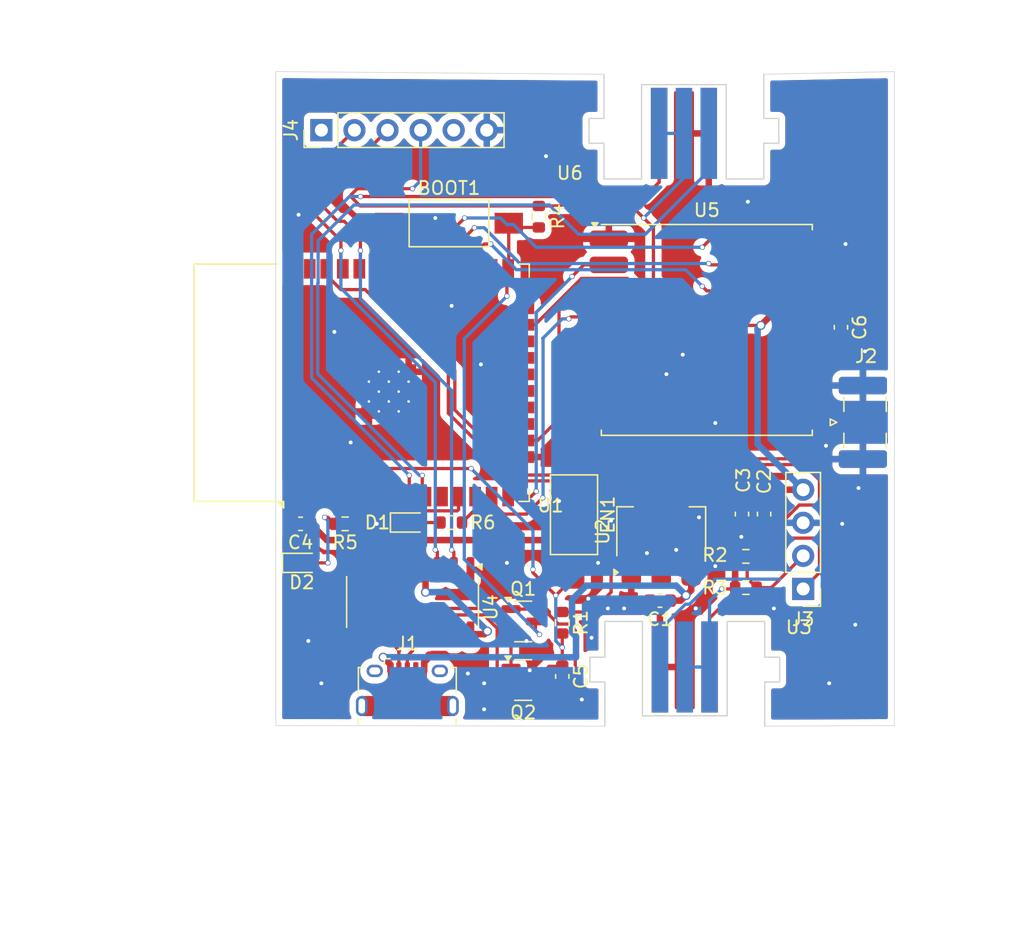
<source format=kicad_pcb>
(kicad_pcb (version 20240108) (generator "pcbnew") (generator_version "8.0")
  (layers (0 "F.Cu" signal) (31 "B.Cu" signal) (34 "B.Paste" user) (35 "F.Paste" user) (36 "B.SilkS" user "B.Silkscreen") (37 "F.SilkS" user "F.Silkscreen") (38 "B.Mask" user) (39 "F.Mask" user) (44 "Edge.Cuts" user))
  (net 0 "")
  (net 1 "GND")
  (net 2 "ESP32_IO0")
  (net 3 "+5V")
  (net 4 "+3V3")
  (net 5 "ESP32_EN")
  (net 6 "Net-(D1-A)")
  (net 7 "Net-(D2-A)")
  (net 10 "D-")
  (net 11 "D+")
  (net 12 "Net-(J2-In)")
  (net 13 "Net-(Q1-S)")
  (net 14 "Net-(Q1-G)")
  (net 15 "SDA")
  (net 16 "SCL")
  (net 20 "Net-(U1-IO26)")
  (net 23 "Net-(U1-IO27)")
  (net 24 "SDA2")
  (net 30 "SCL2")
  (net 38 "RX-PROG")
  (net 41 "TX-PROG")
  (net 49 "MISO")
  (net 50 "SS")
  (net 51 "LORA_RST")
  (net 52 "DIO2")
  (net 54 "MOSI")
  (net 55 "DIO1")
  (net 56 "DIO0")
  (net 59 "SCLK")
  (footprint "Connector_USB:USB_Micro-B_Amphenol_10118194_Horizontal" (layer "F.Cu") (at 82.1 97.7)
    (property "Reference" "J1")
    (property "Value" "USB_B_Micro")
  )
  (footprint "RF_Module:ESP32-WROOM-32" (layer "F.Cu") (at 81.585 74.1575 90)
    (property "Reference" "U1")
    (property "Value" "ESP32-WROOM-32")
  )
  (footprint "Resistor_SMD:R_0603_1608Metric" (layer "F.Cu") (at 85.475 84.9 180)
    (property "Reference" "R6")
    (property "Value" "R_Small")
  )
  (footprint "Package_SO:SOIC-16_3.9x9.9mm_P1.27mm" (layer "F.Cu") (at 82.5 91 -90)
    (property "Reference" "U4")
    (property "Value" "CH340C")
  )
  (footprint "Package_TO_SOT_SMD:SOT-23" (layer "F.Cu") (at 91 92.5)
    (property "Reference" "Q2")
    (property "Value" "BSS138")
  )
  (footprint "Resistor_SMD:R_0603_1608Metric" (layer "F.Cu") (at 92.2 61.4 -90)
    (property "Reference" "R4")
    (property "Value" "R_Small")
  )
  (footprint "Capacitor_SMD:C_0603_1608Metric" (layer "F.Cu") (at 73.9 85 180)
    (property "Reference" "C4")
    (property "Value" "C")
  )
  (footprint "Capacitor_SMD:C_0603_1608Metric" (layer "F.Cu") (at 101.5 90.9 180)
    (property "Reference" "C1")
    (property "Value" "C")
  )
  (footprint "Connector_Coaxial:SMA_Samtec_SMA-J-P-H-ST-EM1_EdgeMount" (layer "F.Cu") (at 117.3375 77.2)
    (property "Reference" "J2")
    (property "Value" "Conn_Coaxial")
  )
  (footprint "Capacitor_SMD:C_0603_1608Metric" (layer "F.Cu") (at 115.4 69.9 -90)
    (property "Reference" "C6")
    (property "Value" "C")
  )
  (footprint "Resistor_SMD:R_0603_1608Metric" (layer "F.Cu") (at 94 92.6 -90)
    (property "Reference" "R1")
    (property "Value" "R_Small")
  )
  (footprint "nunchcuk:nunchuck" (layer "F.Cu") (at 105.31 96 180)
    (property "Reference" "U3")
    (property "Value" "~")
    (fp_line (start 9.1878 0.7568) (end 9.1878 -1.1482) (stroke (width 0.1)) (layer "Edge.Cuts"))
    (fp_line (start 8.0378 3.5) (end 8.0378 0.7568) (stroke (width 0.1)) (layer "Edge.Cuts"))
    (fp_line (start 8.0378 0.7568) (end 9.1878 0.7568) (stroke (width 0.1)) (layer "Edge.Cuts"))
    (fp_line (start 8.0378 -1.1482) (end 9.1878 -1.1482) (stroke (width 0.1)) (layer "Edge.Cuts"))
    (fp_line (start 8.0378 -1.1482) (end 8.0378 -4.5432) (stroke (width 0.1)) (layer "Edge.Cuts"))
    (fp_line (start 5.15 3.5) (end 8.0378 3.5) (stroke (width 0.1)) (layer "Edge.Cuts"))
    (fp_line (start 5.15 -3.75) (end 5.15 3.5) (stroke (width 0.1)) (layer "Edge.Cuts"))
    (fp_line (start -1.35 3.5) (end -1.35 -3.75) (stroke (width 0.1)) (layer "Edge.Cuts"))
    (fp_line (start -1.35 3.5) (end -4.2378 3.5) (stroke (width 0.1)) (layer "Edge.Cuts"))
    (fp_line (start -1.35 -3.75) (end 5.15 -3.75) (stroke (width 0.1)) (layer "Edge.Cuts"))
    (fp_line (start -4.2378 3.5) (end -4.2378 0.7568) (stroke (width 0.1)) (layer "Edge.Cuts"))
    (fp_line (start -4.2378 0.7568) (end -5.3878 0.7568) (stroke (width 0.1)) (layer "Edge.Cuts"))
    (fp_line (start -4.2378 -1.1482) (end -4.2378 -4.5432) (stroke (width 0.1)) (layer "Edge.Cuts"))
    (fp_line (start -4.2378 -1.1482) (end -5.3878 -1.1482) (stroke (width 0.1)) (layer "Edge.Cuts"))
    (fp_line (start -5.3878 0.7568) (end -5.3878 -1.1482) (stroke (width 0.1)) (layer "Edge.Cuts"))
  )
  (footprint "RF_Module:HOPERF_RFM9XW_SMD" (layer "F.Cu") (at 105.1 70.1)
    (property "Reference" "U5")
    (property "Value" "RFM95W-868S2")
  )
  (footprint "Capacitor_SMD:C_0603_1608Metric" (layer "F.Cu") (at 94 96.725 -90)
    (property "Reference" "C5")
    (property "Value" "C")
  )
  (footprint "nunchcuk:nunchuck" (layer "F.Cu") (at 101.44 55)
    (property "Reference" "U6")
    (property "Value" "~")
    (fp_line (start -5.3878 0.7568) (end -5.3878 -1.1482) (stroke (width 0.1)) (layer "Edge.Cuts"))
    (fp_line (start -4.2378 -1.1482) (end -5.3878 -1.1482) (stroke (width 0.1)) (layer "Edge.Cuts"))
    (fp_line (start -4.2378 -1.1482) (end -4.2378 -4.5432) (stroke (width 0.1)) (layer "Edge.Cuts"))
    (fp_line (start -4.2378 0.7568) (end -5.3878 0.7568) (stroke (width 0.1)) (layer "Edge.Cuts"))
    (fp_line (start -4.2378 3.5) (end -4.2378 0.7568) (stroke (width 0.1)) (layer "Edge.Cuts"))
    (fp_line (start -1.35 -3.75) (end 5.15 -3.75) (stroke (width 0.1)) (layer "Edge.Cuts"))
    (fp_line (start -1.35 3.5) (end -4.2378 3.5) (stroke (width 0.1)) (layer "Edge.Cuts"))
    (fp_line (start -1.35 3.5) (end -1.35 -3.75) (stroke (width 0.1)) (layer "Edge.Cuts"))
    (fp_line (start 5.15 -3.75) (end 5.15 3.5) (stroke (width 0.1)) (layer "Edge.Cuts"))
    (fp_line (start 5.15 3.5) (end 8.0378 3.5) (stroke (width 0.1)) (layer "Edge.Cuts"))
    (fp_line (start 8.0378 -1.1482) (end 8.0378 -4.5432) (stroke (width 0.1)) (layer "Edge.Cuts"))
    (fp_line (start 8.0378 -1.1482) (end 9.1878 -1.1482) (stroke (width 0.1)) (layer "Edge.Cuts"))
    (fp_line (start 8.0378 0.7568) (end 9.1878 0.7568) (stroke (width 0.1)) (layer "Edge.Cuts"))
    (fp_line (start 8.0378 3.5) (end 8.0378 0.7568) (stroke (width 0.1)) (layer "Edge.Cuts"))
    (fp_line (start 9.1878 0.7568) (end 9.1878 -1.1482) (stroke (width 0.1)) (layer "Edge.Cuts"))
  )
  (footprint "Capacitor_SMD:C_0603_1608Metric" (layer "F.Cu") (at 109.5 84.25 -90)
    (property "Reference" "C2")
    (property "Value" "C")
  )
  (footprint "Connector_PinHeader_2.54mm:PinHeader_1x04_P2.54mm_Vertical" (layer "F.Cu") (at 112.5 90 180)
    (property "Reference" "J3")
    (property "Value" "Conn_01x04")
  )
  (footprint "Resistor_SMD:R_0603_1608Metric" (layer "F.Cu") (at 77.325 85 180)
    (property "Reference" "R5")
    (property "Value" "R_Small")
  )
  (footprint "Capacitor_SMD:C_0603_1608Metric" (layer "F.Cu") (at 107.8 84.25 -90)
    (property "Reference" "C3")
    (property "Value" "C")
  )
  (footprint "Package_TO_SOT_SMD:SOT-23" (layer "F.Cu") (at 91 97)
    (property "Reference" "Q1")
    (property "Value" "BSS138")
  )
  (footprint "Button_Switch_SMD:SW_SPST_FSMSM" (layer "F.Cu") (at 85.3 61.9 180)
    (property "Reference" "BOOT1")
    (property "Value" "SW_Push")
  )
  (footprint "Resistor_SMD:R_0603_1608Metric" (layer "F.Cu") (at 108.1 87.5 180)
    (property "Reference" "R2")
    (property "Value" "R_Small")
  )
  (footprint "Connector_PinHeader_2.54mm:PinHeader_1x06_P2.54mm_Vertical" (layer "F.Cu") (at 75.5 54.75 90)
    (property "Reference" "J4")
    (property "Value" "Conn_01x06")
  )
  (footprint "Package_TO_SOT_SMD:SOT-223-3_TabPin2" (layer "F.Cu") (at 101.6 85.6 90)
    (property "Reference" "U2")
    (property "Value" "AMS1117-3.3")
  )
  (footprint "Button_Switch_SMD:SW_SPST_FSMSM" (layer "F.Cu") (at 94.9 84.3 -90)
    (property "Reference" "EN1")
    (property "Value" "SW_Push")
  )
  (footprint "LED_SMD:LED_0603_1608Metric" (layer "F.Cu") (at 74 88)
    (property "Reference" "D2")
    (property "Value" "LED")
  )
  (footprint "LED_SMD:LED_0603_1608Metric" (layer "F.Cu") (at 82.2875 84.9)
    (property "Reference" "D1")
    (property "Value" "LED")
  )
  (footprint "Resistor_SMD:R_0603_1608Metric" (layer "F.Cu") (at 108.1 89.9 180)
    (property "Reference" "R3")
    (property "Value" "R_Small")
  )
  (gr_line (start 72 58.5) (end 72 50.25) (stroke (width 0.05)) (layer "Edge.Cuts"))
  (gr_line (start 119.5 58.5) (end 119.5 100.5) (stroke (width 0.05)) (layer "Edge.Cuts"))
  (gr_line (start 72 50.25) (end 97.2022 50.4568) (stroke (width 0.05)) (layer "Edge.Cuts"))
  (gr_line (start 119.5 50.25) (end 109.4778 50.4568) (stroke (width 0.05)) (layer "Edge.Cuts"))
  (gr_line (start 119.5 58.5) (end 119.5 50.25) (stroke (width 0.05)) (layer "Edge.Cuts"))
  (gr_line (start 72 100.5) (end 72 58.5) (stroke (width 0.05)) (layer "Edge.Cuts"))
  (gr_line (start 97.2722 100.5432) (end 72 100.5) (stroke (width 0.05)) (layer "Edge.Cuts"))
  (gr_line (start 119.5 100.5) (end 109.5478 100.5432) (stroke (width 0.05)) (layer "Edge.Cuts"))
  (segment (start 83.4 96.3) (end 83.4 95.625001) (width 0.5) (layer "F.Cu") (net 1))
  (segment (start 84.025001 95) (end 85 95) (width 0.5) (layer "F.Cu") (net 1))
  (segment (start 83.4 95.625001) (end 84.025001 95) (width 0.5) (layer "F.Cu") (net 1))
  (via (at 97.75 84.75) (size 0.4) (drill 0.3) (layers "F.Cu" "B.Cu") (net 1))
  (via (at 115.5 85) (size 0.4) (drill 0.3) (layers "F.Cu" "B.Cu") (net 1))
  (via (at 79.75 85) (size 0.4) (drill 0.3) (layers "F.Cu" "B.Cu") (net 1))
  (via (at 104.25 91.5) (size 0.4) (drill 0.3) (layers "F.Cu" "B.Cu") (net 1))
  (via (at 102 73.5) (size 0.4) (drill 0.3) (layers "F.Cu" "B.Cu") (net 1))
  (via (at 84.25 61.5) (size 0.4) (drill 0.3) (layers "F.Cu" "B.Cu") (net 1))
  (via (at 107.75 86) (size 0.4) (drill 0.3) (layers "F.Cu" "B.Cu") (net 1))
  (via (at 91.25 94) (size 0.4) (drill 0.3) (layers "F.Cu" "B.Cu") (net 1))
  (via (at 96.75 88) (size 0.4) (drill 0.3) (layers "F.Cu" "B.Cu") (net 1))
  (via (at 96.25 93.75) (size 0.4) (drill 0.3) (layers "F.Cu" "B.Cu") (net 1))
  (via (at 103.25 72) (size 0.4) (drill 0.3) (layers "F.Cu" "B.Cu") (net 1))
  (via (at 77.75 78.75) (size 0.4) (drill 0.3) (layers "F.Cu" "B.Cu") (net 1))
  (via (at 105.75 77.25) (size 0.4) (drill 0.3) (layers "F.Cu" "B.Cu") (net 1))
  (via (at 117.25 71.75) (size 0.4) (drill 0.3) (layers "F.Cu" "B.Cu") (net 1))
  (via (at 115.75 63.5) (size 0.4) (drill 0.3) (layers "F.Cu" "B.Cu") (net 1))
  (via (at 89.75 88) (size 0.4) (drill 0.3) (layers "F.Cu" "B.Cu") (net 1))
  (via (at 105.75 88.25) (size 0.4) (drill 0.3) (layers "F.Cu" "B.Cu") (net 1))
  (via (at 88 97.25) (size 0.4) (drill 0.3) (layers "F.Cu" "B.Cu") (net 1))
  (via (at 86.75 96.5) (size 0.4) (drill 0.3) (layers "F.Cu" "B.Cu") (net 1))
  (via (at 116.75 82.25) (size 0.4) (drill 0.3) (layers "F.Cu" "B.Cu") (net 1))
  (via (at 93.75 83.25) (size 0.4) (drill 0.3) (layers "F.Cu" "B.Cu") (net 1))
  (via (at 102.75 87) (size 0.4) (drill 0.3) (layers "F.Cu" "B.Cu") (net 1))
  (via (at 100.5 87.25) (size 0.4) (drill 0.3) (layers "F.Cu" "B.Cu") (net 1))
  (via (at 114.25 79) (size 0.4) (drill 0.3) (layers "F.Cu" "B.Cu") (net 1))
  (via (at 91.5 96.25) (size 0.4) (drill 0.3) (layers "F.Cu" "B.Cu") (net 1))
  (via (at 76.5 70.25) (size 0.4) (drill 0.3) (layers "F.Cu" "B.Cu") (net 1))
  (via (at 85.5 68.25) (size 0.4) (drill 0.3) (layers "F.Cu" "B.Cu") (net 1))
  (via (at 74.5 94) (size 0.4) (drill 0.3) (layers "F.Cu" "B.Cu") (net 1))
  (via (at 96 90.75) (size 0.4) (drill 0.3) (layers "F.Cu" "B.Cu") (net 1))
  (via (at 97.5 91.5) (size 0.4) (drill 0.3) (layers "F.Cu" "B.Cu") (net 1))
  (via (at 116.5 92.75) (size 0.4) (drill 0.3) (layers "F.Cu" "B.Cu") (net 1))
  (via (at 92.75 56.75) (size 0.4) (drill 0.3) (layers "F.Cu" "B.Cu") (net 1))
  (via (at 98.75 91.5) (size 0.4) (drill 0.3) (layers "F.Cu" "B.Cu") (net 1))
  (via (at 108.25 60.25) (size 0.4) (drill 0.3) (layers "F.Cu" "B.Cu") (net 1))
  (via (at 114.5 97.25) (size 0.4) (drill 0.3) (layers "F.Cu" "B.Cu") (net 1))
  (via (at 88 99.25) (size 0.4) (drill 0.3) (layers "F.Cu" "B.Cu") (net 1))
  (via (at 110.25 91.5) (size 0.4) (drill 0.3) (layers "F.Cu" "B.Cu") (net 1))
  (via (at 87.75 72.75) (size 0.4) (drill 0.3) (layers "F.Cu" "B.Cu") (net 1))
  (via (at 104.5 84.5) (size 0.4) (drill 0.3) (layers "F.Cu" "B.Cu") (net 1))
  (via (at 73.75 61.25) (size 0.4) (drill 0.3) (layers "F.Cu" "B.Cu") (net 1))
  (via (at 95.5 98.5) (size 0.4) (drill 0.3) (layers "F.Cu" "B.Cu") (net 1))
  (via (at 75.5 97.25) (size 0.4) (drill 0.3) (layers "F.Cu" "B.Cu") (net 1))
  (segment (start 89.75 67.5) (end 89.75 65.5025) (width 0.25) (layer "F.Cu") (net 2))
  (segment (start 89.89 65.3625) (end 89.845 65.4075) (width 0.25) (layer "F.Cu") (net 2))
  (segment (start 90.215 62.225) (end 89.89 61.9) (width 0.25) (layer "F.Cu") (net 2))
  (segment (start 91.9375 92.5) (end 91.9375 93.1875) (width 0.25) (layer "F.Cu") (net 2))
  (segment (start 89.89 61.9) (end 89.89 65.3625) (width 0.25) (layer "F.Cu") (net 2))
  (segment (start 89.75 65.5025) (end 89.845 65.4075) (width 0.25) (layer "F.Cu") (net 2))
  (segment (start 91.9375 93.1875) (end 92.25 93.5) (width 0.25) (layer "F.Cu") (net 2))
  (segment (start 92.2 62.225) (end 90.215 62.225) (width 0.25) (layer "F.Cu") (net 2))
  (via (at 89.75 67.5) (size 0.4) (drill 0.3) (layers "F.Cu" "B.Cu") (net 2))
  (via (at 92.25 93.5) (size 0.4) (drill 0.3) (layers "F.Cu" "B.Cu") (net 2))
  (segment (start 86.475 87.725) (end 86.475 70.775) (width 0.25) (layer "B.Cu") (net 2))
  (segment (start 92.25 93.5) (end 86.475 87.725) (width 0.25) (layer "B.Cu") (net 2))
  (segment (start 86.475 70.775) (end 89.75 67.5) (width 0.25) (layer "B.Cu") (net 2))
  (segment (start 103.1 90.9) (end 103.5 90.5) (width 0.5) (layer "F.Cu") (net 3))
  (segment (start 80.8 95.8) (end 80.25 95.25) (width 0.5) (layer "F.Cu") (net 3))
  (segment (start 103.5 90.5) (end 103.9 90.1) (width 0.5) (layer "F.Cu") (net 3))
  (segment (start 102.275 90.9) (end 103.1 90.9) (width 0.5) (layer "F.Cu") (net 3))
  (segment (start 103.9 90.1) (end 103.9 88.75) (width 0.5) (layer "F.Cu") (net 3))
  (segment (start 80.8 96.3) (end 80.8 95.8) (width 0.5) (layer "F.Cu") (net 3))
  (via (at 80.25 95.25) (size 0.7) (drill 0.5) (layers "F.Cu" "B.Cu") (net 3))
  (via (at 103.5 90.5) (size 0.7) (drill 0.5) (layers "F.Cu" "B.Cu") (net 3))
  (segment (start 95.05474 93.6568) (end 94.75 93.35206) (width 0.5) (layer "B.Cu") (net 3))
  (segment (start 80.25 95.25) (end 95.05474 95.25) (width 0.5) (layer "B.Cu") (net 3))
  (segment (start 94.75 93.35206) (end 94.75 90.83462) (width 0.5) (layer "B.Cu") (net 3))
  (segment (start 95.05474 95.25) (end 95.05474 93.6568) (width 0.5) (layer "B.Cu") (net 3))
  (segment (start 95.83462 89.75) (end 102.75 89.75) (width 0.5) (layer "B.Cu") (net 3))
  (segment (start 102.75 89.75) (end 103.5 90.5) (width 0.5) (layer "B.Cu") (net 3))
  (segment (start 94.75 90.83462) (end 95.83462 89.75) (width 0.5) (layer "B.Cu") (net 3))
  (segment (start 106.875 84.4) (end 107.8 83.475) (width 0.5) (layer "F.Cu") (net 4))
  (segment (start 77.775 59.867463) (end 77.775 59.725) (width 0.25) (layer "F.Cu") (net 4))
  (segment (start 88.025 93.475) (end 88.25 93.25) (width 0.5) (layer "F.Cu") (net 4))
  (segment (start 106.875 86) (end 106.875 84.4) (width 0.5) (layer "F.Cu") (net 4))
  (segment (start 104.5 69.75) (end 109.25 69.75) (width 0.25) (layer "F.Cu") (net 4))
  (segment (start 82.5 86.25) (end 83.135 86.885) (width 0.5) (layer "F.Cu") (net 4))
  (segment (start 92.2 60.575) (end 99.325 60.575) (width 0.25) (layer "F.Cu") (net 4))
  (segment (start 78.25 59.25) (end 82.5 59.25) (width 0.25) (layer "F.Cu") (net 4))
  (segment (start 101.6 88.75) (end 101.6 86) (width 0.5) (layer "F.Cu") (net 4))
  (segment (start 101 66.25) (end 104.5 69.75) (width 0.25) (layer "F.Cu") (net 4))
  (segment (start 99.325 60.575) (end 100.25 61.5) (width 0.25) (layer "F.Cu") (net 4))
  (segment (start 109.25 69.75) (end 110 69) (width 0.5) (layer "F.Cu") (net 4))
  (segment (start 101.6 86) (end 101.6 82.45) (width 0.5) (layer "F.Cu") (net 4))
  (segment (start 74.675 85) (end 75.925 86.25) (width 0.5) (layer "F.Cu") (net 4))
  (segment (start 115.4 69.125) (end 112.65 69.125) (width 0.5) (layer "F.Cu") (net 4))
  (segment (start 106.25 90) (end 107.175 90) (width 0.25) (layer "F.Cu") (net 4))
  (segment (start 74.605 82.9075) (end 74.605 84.93) (width 0.5) (layer "F.Cu") (net 4))
  (segment (start 75.925 86.25) (end 82.5 86.25) (width 0.5) (layer "F.Cu") (net 4))
  (segment (start 112.525 69) (end 112.625 69.1) (width 0.5) (layer "F.Cu") (net 4))
  (segment (start 97.75 90.25) (end 97.75 86.25) (width 0.25) (layer "F.Cu") (net 4))
  (segment (start 92.2 60.575) (end 78.482537 60.575) (width 0.25) (layer "F.Cu") (net 4))
  (segment (start 94 91.775) (end 96.225 91.775) (width 0.25) (layer "F.Cu") (net 4))
  (segment (start 101 62.25) (end 101 66.25) (width 0.25) (layer "F.Cu") (net 4))
  (segment (start 83.5 88.89) (end 83.135 88.525) (width 0.5) (layer "F.Cu") (net 4))
  (segment (start 82.5 86.25) (end 97.75 86.25) (width 0.5) (layer "F.Cu") (net 4))
  (segment (start 101.35 86.25) (end 101.6 86) (width 0.5) (layer "F.Cu") (net 4))
  (segment (start 96.225 91.775) (end 97.75 90.25) (width 0.25) (layer "F.Cu") (net 4))
  (segment (start 83.5 90.25) (end 83.5 88.89) (width 0.5) (layer "F.Cu") (net 4))
  (segment (start 110 69) (end 112.525 69) (width 0.5) (layer "F.Cu") (net 4))
  (segment (start 86.945 93.475) (end 88.025 93.475) (width 0.5) (layer "F.Cu") (net 4))
  (segment (start 74.605 84.93) (end 74.675 85) (width 0.5) (layer "F.Cu") (net 4))
  (segment (start 106.875 87.1) (end 106.875 86) (width 0.5) (layer "F.Cu") (net 4))
  (segment (start 83.135 86.885) (end 83.135 88.525) (width 0.5) (layer "F.Cu") (net 4))
  (segment (start 107.275 87.5) (end 106.875 87.1) (width 0.5) (layer "F.Cu") (net 4))
  (segment (start 78.482537 60.575) (end 77.775 59.867463) (width 0.25) (layer "F.Cu") (net 4))
  (segment (start 97.75 86.25) (end 101.35 86.25) (width 0.5) (layer "F.Cu") (net 4))
  (segment (start 107.275 89.9) (end 107.275 87.5) (width 0.5) (layer "F.Cu") (net 4))
  (segment (start 109.5 83.475) (end 107.8 83.475) (width 0.5) (layer "F.Cu") (net 4))
  (segment (start 77.775 59.725) (end 78.25 59.25) (width 0.25) (layer "F.Cu") (net 4))
  (segment (start 100.25 61.5) (end 101 62.25) (width 0.25) (layer "F.Cu") (net 4))
  (segment (start 110.595 82.38) (end 109.5 83.475) (width 0.5) (layer "F.Cu") (net 4))
  (segment (start 101.6 86) (end 106.875 86) (width 0.5) (layer "F.Cu") (net 4))
  (segment (start 112.5 82.38) (end 110.595 82.38) (width 0.5) (layer "F.Cu") (net 4))
  (segment (start 107.175 90) (end 107.275 89.9) (width 0.25) (layer "F.Cu") (net 4))
  (segment (start 112.65 69.125) (end 112.625 69.1) (width 0.5) (layer "F.Cu") (net 4))
  (via (at 82.5 59.25) (size 0.4) (drill 0.3) (layers "F.Cu" "B.Cu") (net 4))
  (via (at 106.25 90) (size 0.4) (drill 0.3) (layers "F.Cu" "B.Cu") (net 4))
  (via (at 100.25 61.5) (size 0.4) (drill 0.3) (layers "F.Cu" "B.Cu") (net 4))
  (via (at 83.5 90.25) (size 0.7) (drill 0.5) (layers "F.Cu" "B.Cu") (net 4))
  (via (at 88.25 93.25) (size 0.7) (drill 0.5) (layers "F.Cu" "B.Cu") (net 4))
  (via (at 109.25 69.75) (size 0.7) (drill 0.5) (layers "F.Cu" "B.Cu") (net 4))
  (segment (start 82.5 59.25) (end 83.12 58.63) (width 0.25) (layer "B.Cu") (net 4))
  (segment (start 105.31 96) (end 105.31 90.94) (width 0.25) (layer "B.Cu") (net 4))
  (segment (start 85.25 90.25) (end 83.5 90.25) (width 0.5) (layer "B.Cu") (net 4))
  (segment (start 109 78.88) (end 109 77.5) (width 0.5) (layer "B.Cu") (net 4))
  (segment (start 105.31 90.94) (end 106.25 90) (width 0.25) (layer "B.Cu") (net 4))
  (segment (start 88.25 93.25) (end 85.25 90.25) (width 0.5) (layer "B.Cu") (net 4))
  (segment (start 109 70) (end 109.25 69.75) (width 0.5) (layer "B.Cu") (net 4))
  (segment (start 112.5 82.38) (end 109 78.88) (width 0.5) (layer "B.Cu") (net 4))
  (segment (start 83.12 58.63) (end 83.12 54.75) (width 0.25) (layer "B.Cu") (net 4))
  (segment (start 103.345 58.405) (end 100.25 61.5) (width 0.25) (layer "B.Cu") (net 4))
  (segment (start 103.405 96) (end 105.31 96) (width 0.25) (layer "B.Cu") (net 4))
  (segment (start 103.345 55) (end 103.345 58.405) (width 0.25) (layer "B.Cu") (net 4))
  (segment (start 103.345 55) (end 101.44 55) (width 0.25) (layer "B.Cu") (net 4))
  (segment (start 109 77.5) (end 109 70) (width 0.5) (layer "B.Cu") (net 4))
  (segment (start 87 80.75) (end 77.0325 80.75) (width 0.25) (layer "F.Cu") (net 5))
  (segment (start 94 95.95) (end 94 94.5) (width 0.25) (layer "F.Cu") (net 5))
  (segment (start 92.9875 95.95) (end 94 95.95) (width 0.25) (layer "F.Cu") (net 5))
  (segment (start 94 94.5) (end 94 93.425) (width 0.25) (layer "F.Cu") (net 5))
  (segment (start 75.875 81.9075) (end 75.875 82.9075) (width 0.25) (layer "F.Cu") (net 5))
  (segment (start 94.9 88.89) (end 94.9 89.1) (width 0.25) (layer "F.Cu") (net 5))
  (segment (start 91.75 88.75) (end 91.75 88.5) (width 0.25) (layer "F.Cu") (net 5))
  (segment (start 94.9 89.1) (end 93.5 90.5) (width 0.25) (layer "F.Cu") (net 5))
  (segment (start 93.5 90.5) (end 91.75 88.75) (width 0.25) (layer "F.Cu") (net 5))
  (segment (start 91.9375 97) (end 92.9875 95.95) (width 0.25) (layer "F.Cu") (net 5))
  (segment (start 77.0325 80.75) (end 75.875 81.9075) (width 0.25) (layer "F.Cu") (net 5))
  (via (at 91.75 88.5) (size 0.4) (drill 0.3) (layers "F.Cu" "B.Cu") (net 5))
  (via (at 93.5 90.5) (size 0.4) (drill 0.3) (layers "F.Cu" "B.Cu") (net 5))
  (via (at 94 94.5) (size 0.4) (drill 0.3) (layers "F.Cu" "B.Cu") (net 5))
  (via (at 87 80.75) (size 0.4) (drill 0.3) (layers "F.Cu" "B.Cu") (net 5))
  (segment (start 93.5 94) (end 94 94.5) (width 0.25) (layer "B.Cu") (net 5))
  (segment (start 91.75 85.5) (end 87 80.75) (width 0.25) (layer "B.Cu") (net 5))
  (segment (start 93.5 90.5) (end 93.5 94) (width 0.25) (layer "B.Cu") (net 5))
  (segment (start 91.75 88.5) (end 91.75 85.5) (width 0.25) (layer "B.Cu") (net 5))
  (segment (start 84.65 84.9) (end 83.075 84.9) (width 0.25) (layer "F.Cu") (net 6))
  (segment (start 76 84.5) (end 76.5 85) (width 0.25) (layer "F.Cu") (net 7))
  (segment (start 74.7875 88) (end 76 88) (width 0.25) (layer "F.Cu") (net 7))
  (segment (start 75.75 84.5) (end 76 84.5) (width 0.25) (layer "F.Cu") (net 7))
  (via (at 76 88) (size 0.4) (drill 0.3) (layers "F.Cu" "B.Cu") (net 7))
  (via (at 75.75 84.5) (size 0.4) (drill 0.3) (layers "F.Cu" "B.Cu") (net 7))
  (segment (start 76 84.75) (end 75.75 84.5) (width 0.25) (layer "B.Cu") (net 7))
  (segment (start 76 88) (end 76 84.75) (width 0.25) (layer "B.Cu") (net 7))
  (segment (start 81.24 94.500908) (end 81.24 91.49) (width 0.25) (layer "F.Cu") (net 10))
  (segment (start 80.595 90.845) (end 80.595 88.525) (width 0.25) (layer "F.Cu") (net 10))
  (segment (start 81.45 94.8) (end 81.494546 94.755454) (width 0.25) (layer "F.Cu") (net 10))
  (segment (start 81.494546 94.755454) (end 81.24 94.500908) (width 0.25) (layer "F.Cu") (net 10))
  (segment (start 81.24 91.49) (end 80.595 90.845) (width 0.25) (layer "F.Cu") (net 10))
  (segment (start 81.45 96.3) (end 81.45 94.8) (width 0.25) (layer "F.Cu") (net 10))
  (segment (start 81.865 91.115) (end 81.865 88.525) (width 0.25) (layer "F.Cu") (net 11))
  (segment (start 82.5 91.75) (end 81.865 91.115) (width 0.25) (layer "F.Cu") (net 11))
  (segment (start 82.1 96.3) (end 82.1 95.154512) (width 0.25) (layer "F.Cu") (net 11))
  (segment (start 82.1 95.154512) (end 82.5 94.754512) (width 0.25) (layer "F.Cu") (net 11))
  (segment (start 82.5 94.754512) (end 82.5 91.75) (width 0.25) (layer "F.Cu") (net 11))
  (segment (start 117.3375 77.2) (end 112.725 77.2) (width 1.2) (layer "F.Cu") (net 12))
  (segment (start 112.725 77.2) (end 112.625 77.1) (width 1.2) (layer "F.Cu") (net 12))
  (segment (start 90.0625 97.95) (end 92.400908 97.95) (width 0.25) (layer "F.Cu") (net 13))
  (segment (start 93.701996 92.7) (end 93 91.998004) (width 0.25) (layer "F.Cu") (net 13))
  (segment (start 84.905001 92) (end 87.976104 92) (width 0.25) (layer "F.Cu") (net 13))
  (segment (start 87.976104 92) (end 89 93.023896) (width 0.25) (layer "F.Cu") (net 13))
  (segment (start 93 97) (end 93.275 96.725) (width 0.25) (layer "F.Cu") (net 13))
  (segment (start 84.405 92.500001) (end 84.905001 92) (width 0.25) (layer "F.Cu") (net 13))
  (segment (start 93 91.75) (end 92.8 91.55) (width 0.25) (layer "F.Cu") (net 13))
  (segment (start 84.405 93.475) (end 84.405 92.500001) (width 0.25) (layer "F.Cu") (net 13))
  (segment (start 94.484052 96.725) (end 95 96.209052) (width 0.25) (layer "F.Cu") (net 13))
  (segment (start 94.498004 92.7) (end 93.701996 92.7) (width 0.25) (layer "F.Cu") (net 13))
  (segment (start 92.400908 97.95) (end 93 97.350908) (width 0.25) (layer "F.Cu") (net 13))
  (segment (start 89 93.023896) (end 89 96.8875) (width 0.25) (layer "F.Cu") (net 13))
  (segment (start 89 96.8875) (end 90.0625 97.95) (width 0.25) (layer "F.Cu") (net 13))
  (segment (start 92.8 91.55) (end 90.0625 91.55) (width 0.25) (layer "F.Cu") (net 13))
  (segment (start 95 93.201996) (end 94.498004 92.7) (width 0.25) (layer "F.Cu") (net 13))
  (segment (start 93.275 96.725) (end 94.484052 96.725) (width 0.25) (layer "F.Cu") (net 13))
  (segment (start 93 91.998004) (end 93 91.75) (width 0.25) (layer "F.Cu") (net 13))
  (segment (start 95 96.209052) (end 95 93.201996) (width 0.25) (layer "F.Cu") (net 13))
  (segment (start 93 97.350908) (end 93 97) (width 0.25) (layer "F.Cu") (net 13))
  (segment (start 83.135 92.365) (end 84 91.5) (width 0.25) (layer "F.Cu") (net 14))
  (segment (start 90.0625 96.05) (end 90.0625 93.45) (width 0.25) (layer "F.Cu") (net 14))
  (segment (start 88.1125 91.5) (end 90.0625 93.45) (width 0.25) (layer "F.Cu") (net 14))
  (segment (start 84 91.5) (end 88.1125 91.5) (width 0.25) (layer "F.Cu") (net 14))
  (segment (start 83.135 93.475) (end 83.135 92.365) (width 0.25) (layer "F.Cu") (net 14))
  (segment (start 85.75 76.25) (end 85.75 73.25) (width 0.25) (layer "F.Cu") (net 15))
  (segment (start 98.25 81.25) (end 90.75 81.25) (width 0.25) (layer "F.Cu") (net 15))
  (segment (start 114.176396 85.71) (end 114.25 85.71) (width 0.25) (layer "F.Cu") (net 15))
  (segment (start 113.75 86.095) (end 113.791396 86.095) (width 0.25) (layer "F.Cu") (net 15))
  (segment (start 110.33 86.095) (end 113.75 86.095) (width 0.25) (layer "F.Cu") (net 15))
  (segment (start 112.5 90) (end 113.75 88.75) (width 0.25) (layer "F.Cu") (net 15))
  (segment (start 79.685 67.185) (end 79.685 65.4075) (width 0.25) (layer "F.Cu") (net 15))
  (segment (start 112.75 80) (end 99.5 80) (width 0.25) (layer "F.Cu") (net 15))
  (segment (start 108.925 87.5) (end 110.33 86.095) (width 0.25) (layer "F.Cu") (net 15))
  (segment (start 85.75 73.25) (end 79.685 67.185) (width 0.25) (layer "F.Cu") (net 15))
  (segment (start 114.25 85.71) (end 114.25 81.5) (width 0.25) (layer "F.Cu") (net 15))
  (segment (start 113.791396 86.095) (end 114.176396 85.71) (width 0.25) (layer "F.Cu") (net 15))
  (segment (start 99.5 80) (end 98.25 81.25) (width 0.25) (layer "F.Cu") (net 15))
  (segment (start 114.25 81.5) (end 112.75 80) (width 0.25) (layer "F.Cu") (net 15))
  (segment (start 90.75 81.25) (end 85.75 76.25) (width 0.25) (layer "F.Cu") (net 15))
  (segment (start 113.75 88.75) (end 113.75 86.095) (width 0.25) (layer "F.Cu") (net 15))
  (segment (start 103.46 91.175) (end 103.779595 91.175) (width 0.25) (layer "B.Cu") (net 15))
  (segment (start 101.5 93.135) (end 103.46 91.175) (width 0.25) (layer "B.Cu") (net 15))
  (segment (start 101.5 96) (end 101.5 93.135) (width 0.25) (layer "B.Cu") (net 15))
  (segment (start 105.704595 89.25) (end 110.71 89.25) (width 0.25) (layer "B.Cu") (net 15))
  (segment (start 103.779595 91.175) (end 105.704595 89.25) (width 0.25) (layer "B.Cu") (net 15))
  (segment (start 108.501996 86.7) (end 108.2 87.001996) (width 0.25) (layer "F.Cu") (net 16))
  (segment (start 108.125 90.7) (end 108.925 89.9) (width 0.25) (layer "F.Cu") (net 16))
  (segment (start 108.2 89.175) (end 108.925 89.9) (width 0.25) (layer "F.Cu") (net 16))
  (segment (start 85.25 76.5) (end 90.45 81.7) (width 0.25) (layer "F.Cu") (net 16))
  (segment (start 98.436396 81.7) (end 99.686396 80.45) (width 0.25) (layer "F.Cu") (net 16))
  (segment (start 113.445 83.555) (end 112.195 83.555) (width 0.25) (layer "F.Cu") (net 16))
  (segment (start 110.3 85.45) (end 110.3 85.484052) (width 0.25) (layer "F.Cu") (net 16))
  (segment (start 90.45 81.7) (end 98.436396 81.7) (width 0.25) (layer "F.Cu") (net 16))
  (segment (start 77 67) (end 78.863604 67) (width 0.25) (layer "F.Cu") (net 16))
  (segment (start 105.31 96) (end 105.31 92.25) (width 0.25) (layer "F.Cu") (net 16))
  (segment (start 110.3 85.484052) (end 109.084052 86.7) (width 0.25) (layer "F.Cu") (net 16))
  (segment (start 99.686396 80.45) (end 112.563604 80.45) (width 0.25) (layer "F.Cu") (net 16))
  (segment (start 109.025 90) (end 108.925 89.9) (width 0.25) (layer "F.Cu") (net 16))
  (segment (start 112.195 83.555) (end 110.3 85.45) (width 0.25) (layer "F.Cu") (net 16))
  (segment (start 75.875 65.4075) (end 75.875 65.875) (width 0.25) (layer "F.Cu") (net 16))
  (segment (start 110.06 89.9) (end 112.5 87.46) (width 0.25) (layer "F.Cu") (net 16))
  (segment (start 106.86 90.7) (end 108.125 90.7) (width 0.25) (layer "F.Cu") (net 16))
  (segment (start 112.563604 80.45) (end 113.75 81.636396) (width 0.25) (layer "F.Cu") (net 16))
  (segment (start 85.25 73.386396) (end 85.25 76.5) (width 0.25) (layer "F.Cu") (net 16))
  (segment (start 109.084052 86.7) (end 108.501996 86.7) (width 0.25) (layer "F.Cu") (net 16))
  (segment (start 113.75 81.636396) (end 113.75 83.25) (width 0.25) (layer "F.Cu") (net 16))
  (segment (start 113.75 83.25) (end 113.445 83.555) (width 0.25) (layer "F.Cu") (net 16))
  (segment (start 75.875 65.875) (end 77 67) (width 0.25) (layer "F.Cu") (net 16))
  (segment (start 78.863604 67) (end 85.25 73.386396) (width 0.25) (layer "F.Cu") (net 16))
  (segment (start 105.31 92.25) (end 106.86 90.7) (width 0.25) (layer "F.Cu") (net 16))
  (segment (start 108.2 87.001996) (end 108.2 89.175) (width 0.25) (layer "F.Cu") (net 16))
  (segment (start 108.925 89.9) (end 110.06 89.9) (width 0.25) (layer "F.Cu") (net 16))
  (segment (start 85.9425 84) (end 86.035 83.9075) (width 0.25) (layer "F.Cu") (net 20))
  (segment (start 86.035 83.9075) (end 86.035 82.9075) (width 0.25) (layer "F.Cu") (net 20))
  (segment (start 79.15 84) (end 85.9425 84) (width 0.25) (layer "F.Cu") (net 20))
  (segment (start 78.15 85) (end 79.15 84) (width 0.25) (layer "F.Cu") (net 20))
  (segment (start 86.3 84.9) (end 87.305 83.895) (width 0.25) (layer "F.Cu") (net 23))
  (segment (start 87.305 83.895) (end 87.305 82.9075) (width 0.25) (layer "F.Cu") (net 23))
  (segment (start 83.25 82.6625) (end 83.495 82.9075) (width 0.25) (layer "F.Cu") (net 24))
  (segment (start 83.25 81.275) (end 83.25 82.6625) (width 0.25) (layer "F.Cu") (net 24))
  (via (at 83.25 81.275) (size 0.4) (drill 0.3) (layers "F.Cu" "B.Cu") (net 24))
  (segment (start 95.25 62.75) (end 93 60.5) (width 0.25) (layer "B.Cu") (net 24))
  (segment (start 80.5 78.75) (end 83.025 81.275) (width 0.25) (layer "B.Cu") (net 24))
  (segment (start 75.225 73.475) (end 80.5 78.75) (width 0.25) (layer "B.Cu") (net 24))
  (segment (start 78 60.5) (end 75.25 63.25) (width 0.25) (layer "B.Cu") (net 24))
  (segment (start 93 60.5) (end 78 60.5) (width 0.25) (layer "B.Cu") (net 24))
  (segment (start 83.025 81.275) (end 83.25 81.275) (width 0.25) (layer "B.Cu") (net 24))
  (segment (start 75.25 66.5) (end 75.225 66.525) (width 0.25) (layer "B.Cu") (net 24))
  (segment (start 105.25 52.25) (end 105.25 57.88) (width 0.25) (layer "B.Cu") (net 24))
  (segment (start 100.38 62.75) (end 95.25 62.75) (width 0.25) (layer "B.Cu") (net 24))
  (segment (start 75.225 66.525) (end 75.225 73.475) (width 0.25) (layer "B.Cu") (net 24))
  (segment (start 75.25 63.25) (end 75.25 66.5) (width 0.25) (layer "B.Cu") (net 24))
  (segment (start 105.25 55) (end 105.25 52.25) (width 0.25) (layer "B.Cu") (net 24))
  (segment (start 105.25 57.88) (end 100.38 62.75) (width 0.25) (layer "B.Cu") (net 24))
  (segment (start 78.5 59.85) (end 100.34 59.85) (width 0.25) (layer "F.Cu") (net 30))
  (segment (start 100.34 59.85) (end 101.44 58.75) (width 0.25) (layer "F.Cu") (net 30))
  (segment (start 82.25 81.275) (end 82.25 82.8825) (width 0.25) (layer "F.Cu") (net 30))
  (segment (start 101.44 58.75) (end 101.44 55) (width 0.25) (layer "F.Cu") (net 30))
  (segment (start 82.25 82.8825) (end 82.225 82.9075) (width 0.25) (layer "F.Cu") (net 30))
  (via (at 78.5 59.85) (size 0.4) (drill 0.3) (layers "F.Cu" "B.Cu") (net 30))
  (via (at 82.25 81.275) (size 0.4) (drill 0.3) (layers "F.Cu" "B.Cu") (net 30))
  (segment (start 78.5 59.85) (end 77.65 59.85) (width 0.25) (layer "B.Cu") (net 30))
  (segment (start 77.65 59.85) (end 74.75 62.75) (width 0.25) (layer "B.Cu") (net 30))
  (segment (start 74.75 73.775) (end 82.25 81.275) (width 0.25) (layer "B.Cu") (net 30))
  (segment (start 74.75 62.75) (end 74.75 73.775) (width 0.25) (layer "B.Cu") (net 30))
  (segment (start 77 65.2625) (end 77.145 65.4075) (width 0.25) (layer "F.Cu") (net 38))
  (segment (start 77 64) (end 77 63.25) (width 0.25) (layer "F.Cu") (net 38))
  (segment (start 75.25 57.54) (end 78.04 54.75) (width 0.25) (layer "F.Cu") (net 38))
  (segment (start 84.405 88.525) (end 84.405 87.155) (width 0.25) (layer "F.Cu") (net 38))
  (segment (start 74.75 61) (end 74.75 59) (width 0.25) (layer "F.Cu") (net 38))
  (segment (start 77 64) (end 77 65.2625) (width 0.25) (layer "F.Cu") (net 38))
  (segment (start 84.405 87.155) (end 84.25 87) (width 0.25) (layer "F.Cu") (net 38))
  (segment (start 75.25 58.5) (end 75.25 57.54) (width 0.25) (layer "F.Cu") (net 38))
  (segment (start 77 63.25) (end 74.75 61) (width 0.25) (layer "F.Cu") (net 38))
  (segment (start 74.75 59) (end 75.25 58.5) (width 0.25) (layer "F.Cu") (net 38))
  (via (at 77 64) (size 0.4) (drill 0.3) (layers "F.Cu" "B.Cu") (net 38))
  (via (at 84.25 87) (size 0.4) (drill 0.3) (layers "F.Cu" "B.Cu") (net 38))
  (segment (start 77 66.886396) (end 77 64) (width 0.25) (layer "B.Cu") (net 38))
  (segment (start 84.25 87) (end 84.25 74.136396) (width 0.25) (layer "B.Cu") (net 38))
  (segment (start 84.25 74.136396) (end 80.306802 70.193198) (width 0.25) (layer "B.Cu") (net 38))
  (segment (start 80.306802 70.193198) (end 77 66.886396) (width 0.25) (layer "B.Cu") (net 38))
  (segment (start 78.5 63) (end 77.25 61.75) (width 0.25) (layer "F.Cu") (net 41))
  (segment (start 77.75 57) (end 78.33 57) (width 0.25) (layer "F.Cu") (net 41))
  (segment (start 76.75 61.75) (end 75.5 60.5) (width 0.25) (layer "F.Cu") (net 41))
  (segment (start 77.25 61.75) (end 76.75 61.75) (width 0.25) (layer "F.Cu") (net 41))
  (segment (start 78.33 57) (end 80.58 54.75) (width 0.25) (layer "F.Cu") (net 41))
  (segment (start 78.5 64) (end 78.5 63) (width 0.25) (layer "F.Cu") (net 41))
  (segment (start 75.5 60.5) (end 75.5 59.25) (width 0.25) (layer "F.Cu") (net 41))
  (segment (start 75.5 59.25) (end 77.75 57) (width 0.25) (layer "F.Cu") (net 41))
  (segment (start 78.5 65.3225) (end 78.415 65.4075) (width 0.25) (layer "F.Cu") (net 41))
  (segment (start 78.5 64) (end 78.5 65.3225) (width 0.25) (layer "F.Cu") (net 41))
  (segment (start 85.675 87.175) (end 85.5 87) (width 0.25) (layer "F.Cu") (net 41))
  (segment (start 85.675 88.525) (end 85.675 87.175) (width 0.25) (layer "F.Cu") (net 41))
  (via (at 78.5 64) (size 0.4) (drill 0.3) (layers "F.Cu" "B.Cu") (net 41))
  (via (at 85.5 87) (size 0.4) (drill 0.3) (layers "F.Cu" "B.Cu") (net 41))
  (segment (start 85.5 87) (end 85.5 74.75) (width 0.25) (layer "B.Cu") (net 41))
  (segment (start 78.5 67.75) (end 78.5 64) (width 0.25) (layer "B.Cu") (net 41))
  (segment (start 85.5 74.75) (end 84.5 73.75) (width 0.25) (layer "B.Cu") (net 41))
  (segment (start 84.5 73.75) (end 78.5 67.75) (width 0.25) (layer "B.Cu") (net 41))
  (segment (start 95.65 65.1) (end 97.575 65.1) (width 0.25) (layer "F.Cu") (net 49))
  (segment (start 89.845 82.9075) (end 91.5925 82.9075) (width 0.25) (layer "F.Cu") (net 49))
  (segment (start 94.75 66) (end 95.65 65.1) (width 0.25) (layer "F.Cu") (net 49))
  (segment (start 91.5925 82.9075) (end 92 82.5) (width 0.25) (layer "F.Cu") (net 49))
  (via (at 94.75 66) (size 0.4) (drill 0.3) (layers "F.Cu" "B.Cu") (net 49))
  (via (at 92 82.5) (size 0.4) (drill 0.3) (layers "F.Cu" "B.Cu") (net 49))
  (segment (start 92 68.75) (end 94.75 66) (width 0.25) (layer "B.Cu") (net 49))
  (segment (start 92 82.5) (end 92 68.75) (width 0.25) (layer "B.Cu") (net 49))
  (segment (start 91.906104 69.7075) (end 91.095 69.7075) (width 0.25) (layer "F.Cu") (net 50))
  (segment (start 99.375 66.516368) (end 98.998632 66.14) (width 0.25) (layer "F.Cu") (net 50))
  (segment (start 99.05 71.1) (end 99.375 70.775) (width 0.25) (layer "F.Cu") (net 50))
  (segment (start 97.575 71.1) (end 99.05 71.1) (width 0.25) (layer "F.Cu") (net 50))
  (segment (start 98.998632 66.14) (end 95.473604 66.14) (width 0.25) (layer "F.Cu") (net 50))
  (segment (start 95.473604 66.14) (end 91.906104 69.7075) (width 0.25) (layer "F.Cu") (net 50))
  (segment (start 99.375 70.775) (end 99.375 66.516368) (width 0.25) (layer "F.Cu") (net 50))
  (segment (start 112.625 63.1) (end 105.4 63.1) (width 0.25) (layer "F.Cu") (net 52))
  (segment (start 86.5 61.5) (end 83.495 64.505) (width 0.25) (layer "F.Cu") (net 52))
  (segment (start 83.495 64.505) (end 83.495 65.4075) (width 0.25) (layer "F.Cu") (net 52))
  (segment (start 105.4 63.1) (end 104.75 63.75) (width 0.25) (layer "F.Cu") (net 52))
  (via (at 86.5 61.5) (size 0.4) (drill 0.3) (layers "F.Cu" "B.Cu") (net 52))
  (via (at 104.75 63.75) (size 0.4) (drill 0.3) (layers "F.Cu" "B.Cu") (net 52))
  (segment (start 90.25 62) (end 89.75 62) (width 0.25) (layer "B.Cu") (net 52))
  (segment (start 104.75 63.75) (end 92 63.75) (width 0.25) (layer "B.Cu") (net 52))
  (segment (start 92 63.75) (end 90.25 62) (width 0.25) (layer "B.Cu") (net 52))
  (segment (start 89.25 61.5) (end 86.5 61.5) (width 0.25) (layer "B.Cu") (net 52))
  (segment (start 89.75 62) (end 89.25 61.5) (width 0.25) (layer "B.Cu") (net 52))
  (segment (start 93.75 68.5) (end 95.15 67.1) (width 0.25) (layer "F.Cu") (net 54))
  (segment (start 92.095 78.5975) (end 93.75 76.9425) (width 0.25) (layer "F.Cu") (net 54))
  (segment (start 95.15 67.1) (end 97.575 67.1) (width 0.25) (layer "F.Cu") (net 54))
  (segment (start 91.095 78.5975) (end 92.095 78.5975) (width 0.25) (layer "F.Cu") (net 54))
  (segment (start 93.75 76.9425) (end 93.75 68.5) (width 0.25) (layer "F.Cu") (net 54))
  (segment (start 87.25 62.25) (end 86.035 63.465) (width 0.25) (layer "F.Cu") (net 55))
  (segment (start 112.625 65.1) (end 105.35 65.1) (width 0.25) (layer "F.Cu") (net 55))
  (segment (start 105.35 65.1) (end 105.25 65) (width 0.25) (layer "F.Cu") (net 55))
  (segment (start 86.035 63.465) (end 86.035 65.4075) (width 0.25) (layer "F.Cu") (net 55))
  (via (at 105.25 65) (size 0.4) (drill 0.3) (layers "F.Cu" "B.Cu") (net 55))
  (via (at 87.25 62.25) (size 0.4) (drill 0.3) (layers "F.Cu" "B.Cu") (net 55))
  (segment (start 88 62.25) (end 87.25 62.25) (width 0.25) (layer "B.Cu") (net 55))
  (segment (start 105.25 65) (end 90.75 65) (width 0.25) (layer "B.Cu") (net 55))
  (segment (start 90.75 65) (end 88 62.25) (width 0.25) (layer "B.Cu") (net 55))
  (segment (start 87.305 64.195) (end 87.305 65.4075) (width 0.25) (layer "F.Cu") (net 56))
  (segment (start 88 63.5) (end 87.305 64.195) (width 0.25) (layer "F.Cu") (net 56))
  (segment (start 112.625 67.1) (end 105.1 67.1) (width 0.25) (layer "F.Cu") (net 56))
  (segment (start 88.5 63.5) (end 88 63.5) (width 0.25) (layer "F.Cu") (net 56))
  (segment (start 105.1 67.1) (end 104.75 66.75) (width 0.25) (layer "F.Cu") (net 56))
  (via (at 104.75 66.75) (size 0.4) (drill 0.3) (layers "F.Cu" "B.Cu") (net 56))
  (via (at 88.5 63.5) (size 0.4) (drill 0.3) (layers "F.Cu" "B.Cu") (net 56))
  (segment (start 90.475 65.475) (end 88.5 63.5) (width 0.25) (layer "B.Cu") (net 56))
  (segment (start 103.475 65.475) (end 90.475 65.475) (width 0.25) (layer "B.Cu") (net 56))
  (segment (start 104.75 66.75) (end 103.475 65.475) (width 0.25) (layer "B.Cu") (net 56))
  (segment (start 94.5 69.25) (end 94.65 69.1) (width 0.25) (layer "F.Cu") (net 59))
  (segment (start 89.5 84.25) (end 91.25 84.25) (width 0.25) (layer "F.Cu") (net 59))
  (segment (start 88.575 82.9075) (end 88.575 83.325) (width 0.25) (layer "F.Cu") (net 59))
  (segment (start 88.575 83.325) (end 89.5 84.25) (width 0.25) (layer "F.Cu") (net 59))
  (segment (start 94.65 69.1) (end 97.575 69.1) (width 0.25) (layer "F.Cu") (net 59))
  (segment (start 91.25 84.25) (end 92.5 83) (width 0.25) (layer "F.Cu") (net 59))
  (via (at 92.5 83) (size 0.4) (drill 0.3) (layers "F.Cu" "B.Cu") (net 59))
  (via (at 94.5 69.25) (size 0.4) (drill 0.3) (layers "F.Cu" "B.Cu") (net 59))
  (segment (start 92.525 82.975) (end 92.525 70.775) (width 0.25) (layer "B.Cu") (net 59))
  (segment (start 92.5 70.75) (end 94 69.25) (width 0.25) (layer "B.Cu") (net 59))
  (segment (start 92.525 70.775) (end 92.5 70.75) (width 0.25) (layer "B.Cu") (net 59))
  (segment (start 92.5 83) (end 92.525 82.975) (width 0.25) (layer "B.Cu") (net 59))
  (segment (start 94 69.25) (end 94.5 69.25) (width 0.25) (layer "B.Cu") (net 59))
  (zone (net 1) (net_name "GND") (layers "F&B.Cu") (connect_pads (clearance 0.5)) (min_thickness 0.25) (fill yes (thermal_gap 0.5) (thermal_bridge_width 0.5))
    (polygon (pts (xy 65 44.75) (xy 125 44.75) (xy 125 105) (xy 65 105)))
  )
)
</source>
